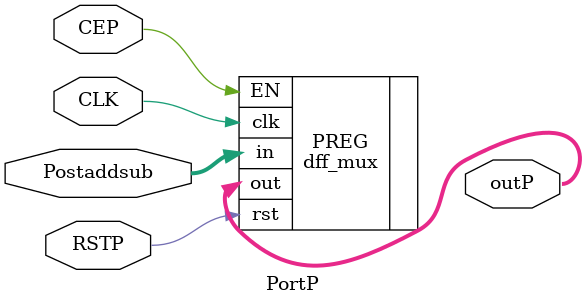
<source format=v>
module PortP(input[47:0] Postaddsub,
			 input CLK,
			 input CEP,
			 input RSTP,
			 output[47:0] outP);


dff_mux #(.size(48),.pipeline(1)) PREG(.in(Postaddsub),.clk(CLK),.EN(CEP),.rst(RSTP),.out(outP));

endmodule
</source>
